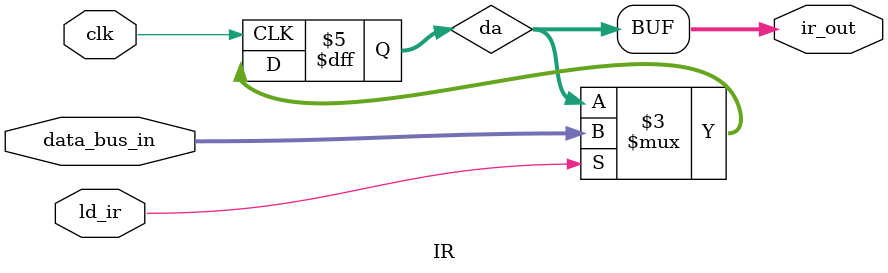
<source format=v>
module IR (data_bus_in, ld_ir, clk, ir_out);

input ld_ir, clk;
input [7:0] data_bus_in;
output [7:0] ir_out;
reg [7:0] da = 8'b00000000;


always @(posedge clk) begin
if (ld_ir)
	da <= data_bus_in;

end

assign ir_out = da;
endmodule



</source>
